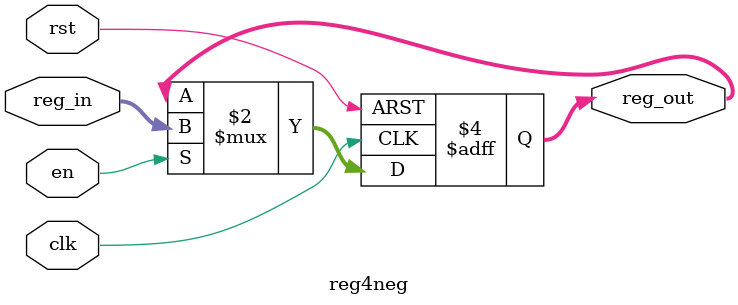
<source format=v>
module reg32(input clk, rst, en, input[31:0] reg_in, output reg[31:0] reg_out);

    always @(posedge clk, posedge rst) begin
        if (rst) reg_out <= 32'd0;
        else begin
            if (en) reg_out <= reg_in;
        end
    end

endmodule

module reg4neg(input clk, rst, en, input[3:0] reg_in, output reg[3:0] reg_out);

    always @(negedge clk, posedge rst) begin
        if (rst) reg_out <= 4'd0;
        else begin
            if (en) reg_out <= reg_in;
        end
    end

endmodule
</source>
